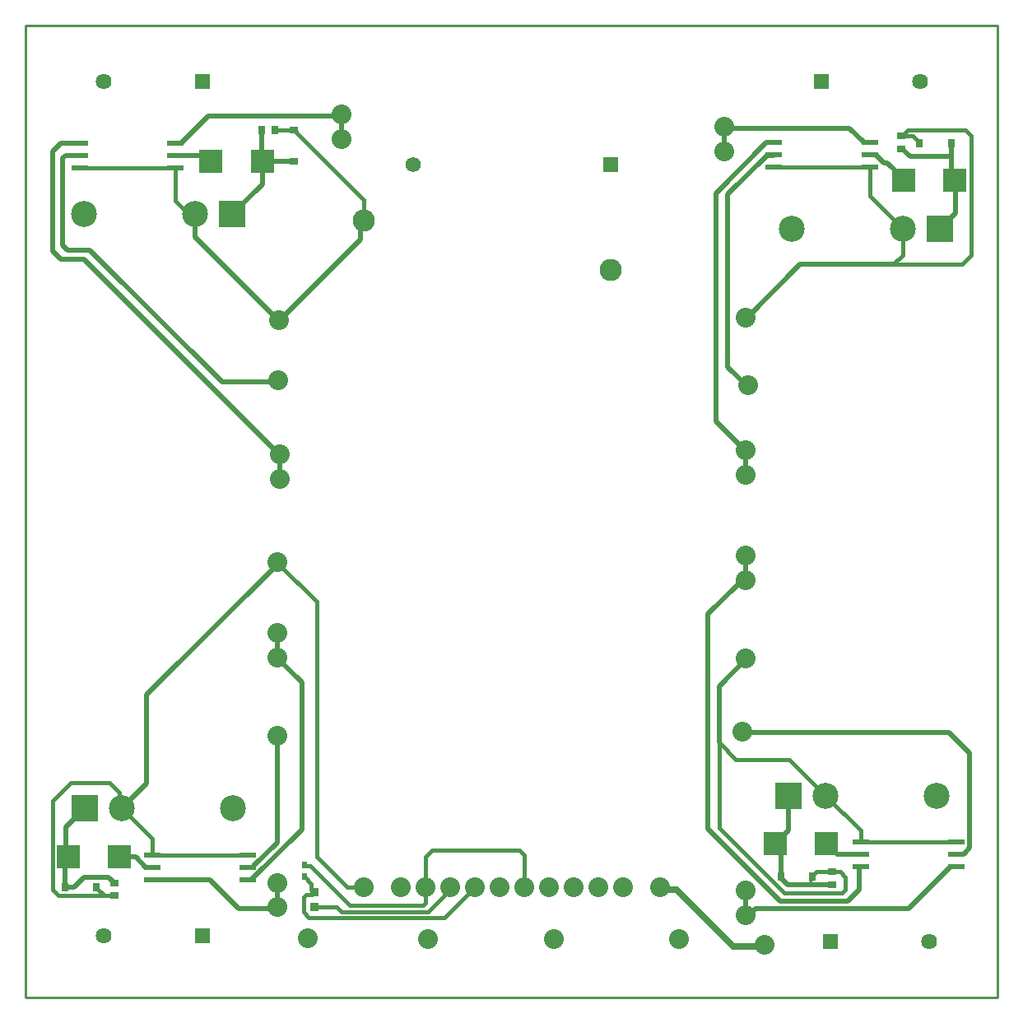
<source format=gtl>
G04*
G04 #@! TF.GenerationSoftware,Altium Limited,Altium Designer,21.5.1 (32)*
G04*
G04 Layer_Physical_Order=1*
G04 Layer_Color=255*
%FSLAX25Y25*%
%MOIN*%
G70*
G04*
G04 #@! TF.SameCoordinates,40DED969-F63B-4BA1-A5F3-3E20095EF234*
G04*
G04*
G04 #@! TF.FilePolarity,Positive*
G04*
G01*
G75*
%ADD14C,0.01000*%
%ADD15R,0.02593X0.03197*%
%ADD16R,0.03197X0.02593*%
%ADD17R,0.03661X0.03425*%
%ADD18R,0.02200X0.02600*%
%ADD19R,0.09500X0.09500*%
%ADD20R,0.03500X0.02600*%
%ADD21R,0.02600X0.03500*%
%ADD22R,0.06953X0.02208*%
%ADD28R,0.06200X0.06200*%
%ADD29C,0.06200*%
%ADD30R,0.06400X0.06400*%
%ADD31C,0.06400*%
%ADD32C,0.01500*%
%ADD33C,0.02500*%
%ADD34C,0.02000*%
%ADD35C,0.08000*%
%ADD36C,0.09000*%
%ADD37C,0.10512*%
%ADD38R,0.10512X0.10512*%
D14*
X-0Y0D02*
X393701D01*
X-0D02*
Y393701D01*
X393701Y0D02*
Y393701D01*
X-0D02*
X393701D01*
D15*
X95564Y351378D02*
D03*
X100893D02*
D03*
D16*
X36122Y46463D02*
D03*
Y41135D02*
D03*
X354724Y343793D02*
D03*
Y349121D02*
D03*
X326772Y45564D02*
D03*
Y50893D02*
D03*
D17*
X116831Y42539D02*
D03*
Y36595D02*
D03*
D18*
X112894Y49016D02*
D03*
Y53516D02*
D03*
D19*
X75098Y338681D02*
D03*
X95798D02*
D03*
X17406Y56988D02*
D03*
X38106D02*
D03*
X355693Y330807D02*
D03*
X376393D02*
D03*
X303642Y62205D02*
D03*
X324342D02*
D03*
D20*
X108661Y338482D02*
D03*
Y351282D02*
D03*
D21*
X15943Y44685D02*
D03*
X28743D02*
D03*
X374904Y345866D02*
D03*
X362104D02*
D03*
X305903Y48819D02*
D03*
X318703D02*
D03*
D22*
X21828Y346043D02*
D03*
Y341043D02*
D03*
Y336043D02*
D03*
X60653D02*
D03*
Y341043D02*
D03*
Y346043D02*
D03*
X89983Y47756D02*
D03*
Y52756D02*
D03*
Y57756D02*
D03*
X51158D02*
D03*
Y52756D02*
D03*
Y47756D02*
D03*
X303127Y346142D02*
D03*
Y341142D02*
D03*
Y336142D02*
D03*
X341952D02*
D03*
Y341142D02*
D03*
Y346142D02*
D03*
X376991Y53071D02*
D03*
Y58071D02*
D03*
Y63071D02*
D03*
X338166D02*
D03*
Y58071D02*
D03*
Y53071D02*
D03*
D28*
X236860Y337402D02*
D03*
D29*
X156860D02*
D03*
D30*
X71543Y371100D02*
D03*
X71595Y25000D02*
D03*
X322158Y371100D02*
D03*
X326095Y22621D02*
D03*
D31*
X31543Y371100D02*
D03*
X31594Y25000D02*
D03*
X362158Y371100D02*
D03*
X366095Y22621D02*
D03*
D32*
X126102Y36595D02*
X127953Y34744D01*
X116831Y36595D02*
X126102D01*
X112500Y34646D02*
X114764Y32382D01*
X169559D01*
X112500Y34646D02*
Y40551D01*
X113526Y41577D02*
X115868D01*
X116831Y42539D01*
X112500Y40551D02*
X113526Y41577D01*
X115750Y43502D02*
Y45959D01*
X116713Y42539D02*
X116831D01*
X112894Y48816D02*
Y49016D01*
Y48816D02*
X115750Y45959D01*
Y43502D02*
X116713Y42539D01*
X112894Y49016D02*
X112943Y48967D01*
X113237Y53173D02*
X115453D01*
X112894Y53516D02*
X113237Y53173D01*
X115453D02*
X131421Y37205D01*
X163091Y34744D02*
X171882Y43535D01*
Y44705D01*
X127953Y34744D02*
X163091D01*
X169559Y32382D02*
X181882Y44705D01*
X131421Y37205D02*
X160909D01*
X161882Y38177D01*
Y44705D01*
X199902Y59646D02*
X201882Y57665D01*
X161811Y56890D02*
X164567Y59646D01*
X199902D01*
X161811Y44776D02*
Y56890D01*
X201882Y44705D02*
Y57665D01*
X351279Y296850D02*
X379232D01*
X383071Y300689D01*
X355026Y349121D02*
X357283Y351378D01*
X380610D01*
X383071Y348917D01*
Y300689D02*
Y348917D01*
X135638Y313461D02*
X136882Y314705D01*
X109111Y351282D02*
X109661Y350732D01*
Y350282D02*
X136882Y323061D01*
Y314705D02*
Y323061D01*
X108661Y351282D02*
X109111D01*
X109661Y350282D02*
Y350732D01*
X37866Y77469D02*
Y83099D01*
X18406Y87008D02*
X33957D01*
X37866Y77469D02*
X38858Y76476D01*
X33957Y87008D02*
X37866Y83099D01*
X11024Y79626D02*
X18406Y87008D01*
X11024Y43504D02*
X13393Y41135D01*
X11024Y43504D02*
Y79626D01*
X291634Y32776D02*
X292613D01*
X377345Y58425D02*
X380275D01*
X376991Y58071D02*
X377345Y58425D01*
X307283Y42323D02*
X330610D01*
X331988Y43701D02*
Y48720D01*
X330610Y42323D02*
X331988Y43701D01*
X280906Y68701D02*
Y103150D01*
Y68701D02*
X307283Y42323D01*
X60653Y322516D02*
X68701Y314469D01*
X102165Y175787D02*
X117815Y160138D01*
X91457Y47756D02*
X92356D01*
X89983D02*
X91457D01*
X48786Y52756D02*
X51158D01*
X13393Y41135D02*
X31842D01*
X51158Y57756D02*
X89983D01*
X38858Y76476D02*
X51158Y64176D01*
Y57756D02*
Y64176D01*
X35820Y46463D02*
X36122D01*
X33760Y48622D02*
X34053Y48329D01*
X35616Y46667D02*
X35919D01*
X34053Y48231D02*
Y48329D01*
X28743Y44235D02*
X31842Y41135D01*
X36122D01*
X28743Y44235D02*
Y44685D01*
X15943Y56426D02*
X16406Y56890D01*
X374619Y53071D02*
X376991D01*
X338166Y63071D02*
Y67641D01*
X324114Y81693D02*
X338166Y67641D01*
X326772Y50893D02*
X329816D01*
X331988Y48720D01*
X338166Y63071D02*
X376991D01*
X318703Y48819D02*
Y49269D01*
Y48369D02*
Y48819D01*
Y49269D02*
X320327Y50893D01*
X326772D01*
X305903Y48369D02*
Y48819D01*
X303642Y62205D02*
X305903Y59943D01*
X324342Y62205D02*
X328476Y58071D01*
X291535Y274606D02*
Y274705D01*
X355217Y300787D02*
Y311417D01*
X351279Y296850D02*
X355217Y300787D01*
X359299Y349121D02*
X362104Y346316D01*
X355026Y349121D02*
X359299D01*
X362104Y345866D02*
Y346316D01*
X354724Y349121D02*
X355026D01*
X283071Y352067D02*
Y352264D01*
X282972Y352067D02*
X283071D01*
X339580Y346142D02*
X341952D01*
X299980D02*
X303127D01*
X341952Y324682D02*
X355217Y311417D01*
X341952Y324682D02*
Y336142D01*
X303127D02*
X341952D01*
Y341142D02*
X344324D01*
X354724Y343793D02*
X355026D01*
X374609Y332804D02*
X376212Y331201D01*
X60653Y346043D02*
X63025D01*
X127939Y356974D02*
X127953Y356988D01*
X127924Y346981D02*
X127939Y346995D01*
X95798Y338681D02*
X95998Y338482D01*
X100989Y351282D02*
X108661D01*
X100893Y351378D02*
X100989Y351282D01*
X95564Y338915D02*
X95798Y338681D01*
X72736Y341043D02*
X75098Y338681D01*
X291634Y178543D02*
X291732Y178445D01*
X103069Y209529D02*
X103150Y209449D01*
X117815Y57087D02*
Y160138D01*
Y57087D02*
X130197Y44705D01*
X136882D01*
X35919Y46667D02*
X36122Y46463D01*
X23858Y78248D02*
X23911Y78196D01*
X317903Y47569D02*
X318703Y48369D01*
X280906Y103150D02*
X287697Y96358D01*
X309449D01*
X324114Y81693D01*
X326722Y45515D02*
X326772Y45564D01*
X362202Y345908D02*
Y346358D01*
X354577Y343645D02*
X354724Y343793D01*
X369987Y311647D02*
X370216Y311417D01*
X68701Y314469D02*
Y317224D01*
X21710Y346161D02*
X21828Y346043D01*
X103069Y219584D02*
X103150Y219504D01*
X21828Y336043D02*
X60653D01*
Y322516D02*
Y336043D01*
D33*
X161811Y44776D02*
X161882Y44705D01*
X286614Y20571D02*
X299213D01*
X256882Y44705D02*
X257934Y43652D01*
X263533D01*
X286614Y20571D01*
D34*
X102657Y273819D02*
X135638Y306800D01*
Y313461D01*
X15059Y304479D02*
X16831Y302707D01*
X15059Y304479D02*
Y339813D01*
X16289Y341043D01*
X380275Y58425D02*
X382382Y60532D01*
Y98917D01*
X374114Y107185D02*
X382382Y98917D01*
X49095Y86713D02*
Y122716D01*
X38858Y76476D02*
X49095Y86713D01*
Y122716D02*
X102165Y175787D01*
X92460Y53188D02*
X102067Y62795D01*
Y105709D01*
X92356Y52756D02*
X92460Y52860D01*
Y53188D01*
X89983Y52756D02*
X92356D01*
X295762Y35925D02*
X357473D01*
X374619Y53071D01*
X292613Y32776D02*
X295762Y35925D01*
X291585Y168455D02*
Y178199D01*
X290486Y167257D02*
X291634Y168405D01*
X276378Y155134D02*
X288502Y167257D01*
X337500Y52967D02*
X337604Y53071D01*
X338166D01*
X337500Y43519D02*
Y52967D01*
X332972Y38992D02*
X337500Y43519D01*
X288502Y167257D02*
X290486D01*
X305610Y38992D02*
X332972D01*
X291585Y168455D02*
X291634Y168405D01*
X276378Y68224D02*
X305610Y38992D01*
X291585Y178199D02*
X291634Y178248D01*
X276378Y68224D02*
Y155134D01*
X303023Y341038D02*
X303127Y341142D01*
X300290Y341038D02*
X303023D01*
X284449Y325197D02*
X300290Y341038D01*
X284449Y255315D02*
Y325197D01*
Y255315D02*
X291831Y247933D01*
X79479Y249311D02*
X102461D01*
X26083Y302707D02*
X79479Y249311D01*
X16289Y341043D02*
X21828D01*
X16831Y302707D02*
X26083D01*
X280906Y125984D02*
X291732Y136811D01*
X291732Y32972D02*
Y42913D01*
X103069Y209529D02*
Y219584D01*
X102067Y137303D02*
X111811Y127559D01*
X91457Y47756D02*
X111811Y68110D01*
Y127559D01*
X51158Y47756D02*
X74488D01*
X86221Y36024D02*
X101870D01*
X74488Y47756D02*
X86221Y36024D01*
X101969Y36220D02*
Y46063D01*
X38106Y56988D02*
X44554D01*
X48786Y52756D01*
X34053Y48231D02*
X35616Y46667D01*
X23720Y48622D02*
X33760D01*
X19783Y44685D02*
X23720Y48622D01*
X15943Y44685D02*
X19783D01*
X15943D02*
Y56426D01*
X16406Y69024D02*
X23858Y76476D01*
X16406Y56890D02*
Y69024D01*
X305903Y48369D02*
X308708Y45564D01*
X326772D01*
X305903Y48819D02*
Y59943D01*
X328476Y58071D02*
X338166D01*
X309114Y67677D02*
Y81693D01*
X303642Y62205D02*
X309114Y67677D01*
X291535Y274705D02*
X313681Y296850D01*
X283071Y342323D02*
Y352067D01*
X333654D01*
X339580Y346142D01*
X344324Y341142D02*
X347472Y337994D01*
X349014D01*
X355807Y331201D01*
X374904Y340551D02*
Y345866D01*
Y332804D02*
Y340551D01*
X355026Y343793D02*
X358268Y340551D01*
X374904D01*
X370216Y311417D02*
X376507Y317708D01*
Y331201D01*
X63025Y346043D02*
X73970Y356988D01*
X127953D01*
X127939Y346995D02*
Y356974D01*
X95998Y338482D02*
X108661D01*
X95564Y338915D02*
Y351378D01*
X60653Y341043D02*
X72736D01*
X83701Y317224D02*
X95798Y329322D01*
Y338681D01*
X102067Y137303D02*
Y147244D01*
X291634Y211221D02*
Y221260D01*
X23539Y299114D02*
X103069Y219584D01*
X14370Y299114D02*
X23539D01*
X11024Y302461D02*
X14370Y299114D01*
X11024Y302461D02*
Y342618D01*
X14449Y346043D01*
X21828D01*
X280906Y103150D02*
Y125984D01*
X290256Y107185D02*
X374114D01*
X279626Y233268D02*
X291634Y221260D01*
X279626Y233268D02*
Y325787D01*
X299980Y346142D01*
X313681Y296850D02*
X351279D01*
X68701Y308071D02*
X102756Y274016D01*
X68701Y308071D02*
Y314469D01*
D35*
X162885Y23516D02*
D03*
X114460Y23910D02*
D03*
X299204Y21154D02*
D03*
X291527Y275189D02*
D03*
X292618Y247933D02*
D03*
X101862Y36606D02*
D03*
X282964Y352650D02*
D03*
X101960Y137689D02*
D03*
X291527Y211607D02*
D03*
X102059Y176173D02*
D03*
X101960Y106095D02*
D03*
X127916Y347564D02*
D03*
X101862Y46449D02*
D03*
X103043Y209835D02*
D03*
X101960Y147630D02*
D03*
X291626Y137197D02*
D03*
X290149Y107571D02*
D03*
X291527Y178929D02*
D03*
X291626Y168988D02*
D03*
X291626Y43299D02*
D03*
Y33358D02*
D03*
X102649Y274402D02*
D03*
X102452Y249894D02*
D03*
X282964Y342709D02*
D03*
X127945Y357571D02*
D03*
X291527Y221646D02*
D03*
X102963Y219970D02*
D03*
X213968Y23614D02*
D03*
X264657Y23516D02*
D03*
X256882Y44705D02*
D03*
X241882D02*
D03*
X231882D02*
D03*
X221882D02*
D03*
X211882D02*
D03*
X201882D02*
D03*
X191882D02*
D03*
X181882D02*
D03*
X171882D02*
D03*
X161882D02*
D03*
X136882D02*
D03*
X151882D02*
D03*
D36*
X236882Y294705D02*
D03*
X136882Y314705D02*
D03*
D37*
X23701Y317224D02*
D03*
X68701D02*
D03*
X38858Y76476D02*
D03*
X83858D02*
D03*
X355217Y311417D02*
D03*
X310216D02*
D03*
X324114Y81693D02*
D03*
X369114D02*
D03*
D38*
X83701Y317224D02*
D03*
X23858Y76476D02*
D03*
X370216Y311417D02*
D03*
X309114Y81693D02*
D03*
M02*

</source>
